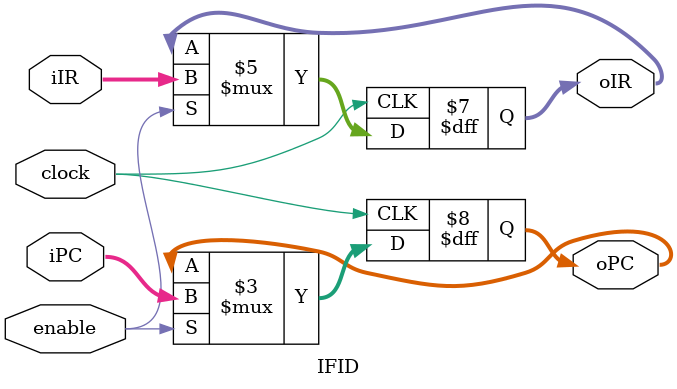
<source format=v>
module IFID(clock, iIR, iPC, oIR, oPC, enable);
input [31:0] iIR, iPC;
input clock, enable;
output [31:0] oIR, oPC;
reg [31:0] oIR, oPC;

initial begin
    oPC = 32'b0;
    oIR = 32'b0;
end

always @(posedge clock)
begin
    if(enable) begin
        oIR <= iIR;
        oPC <= iPC;
    end
end

endmodule

</source>
